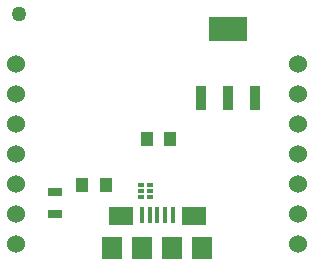
<source format=gbr>
G04 #@! TF.FileFunction,Soldermask,Bot*
%FSLAX46Y46*%
G04 Gerber Fmt 4.6, Leading zero omitted, Abs format (unit mm)*
G04 Created by KiCad (PCBNEW 4.0.2-stable) date Tuesday, November 21, 2017 'AMt' 05:52:53 AM*
%MOMM*%
G01*
G04 APERTURE LIST*
%ADD10C,0.100000*%
%ADD11R,1.000000X1.250000*%
%ADD12C,1.270000*%
%ADD13R,1.300000X0.700000*%
%ADD14R,3.250000X2.150000*%
%ADD15R,0.950000X2.150000*%
%ADD16C,1.524000*%
%ADD17R,0.520000X0.300000*%
%ADD18R,2.100000X1.600000*%
%ADD19R,0.400000X1.350000*%
%ADD20R,1.800000X1.900000*%
G04 APERTURE END LIST*
D10*
D11*
X117650000Y-105600000D03*
X119650000Y-105600000D03*
X123110000Y-101710000D03*
X125110000Y-101710000D03*
D12*
X112290000Y-91090000D03*
D13*
X115340000Y-106170000D03*
X115340000Y-108070000D03*
D14*
X130000000Y-92400000D03*
D15*
X132300000Y-98200000D03*
X127700000Y-98200000D03*
X130000000Y-98200000D03*
D16*
X135920000Y-95380000D03*
X135920000Y-97920000D03*
X135920000Y-100460000D03*
X135920000Y-103000000D03*
X135920000Y-105540000D03*
X135920000Y-108080000D03*
X135920000Y-110620000D03*
X112080000Y-110620000D03*
X112080000Y-108080000D03*
X112080000Y-105540000D03*
X112080000Y-103000000D03*
X112080000Y-100460000D03*
X112080000Y-97920000D03*
X112080000Y-95380000D03*
D17*
X122640000Y-105580000D03*
X122640000Y-106080000D03*
X122640000Y-106580000D03*
X123380000Y-106580000D03*
X123380000Y-106080000D03*
X123380000Y-105580000D03*
D18*
X120900000Y-108250000D03*
X127100000Y-108250000D03*
D19*
X122700000Y-108125000D03*
X125300000Y-108125000D03*
X123350000Y-108125000D03*
X124650000Y-108125000D03*
D20*
X122740000Y-110970000D03*
X125240000Y-110970000D03*
X120190000Y-110970000D03*
X127790000Y-110970000D03*
D19*
X124000000Y-108125000D03*
M02*

</source>
